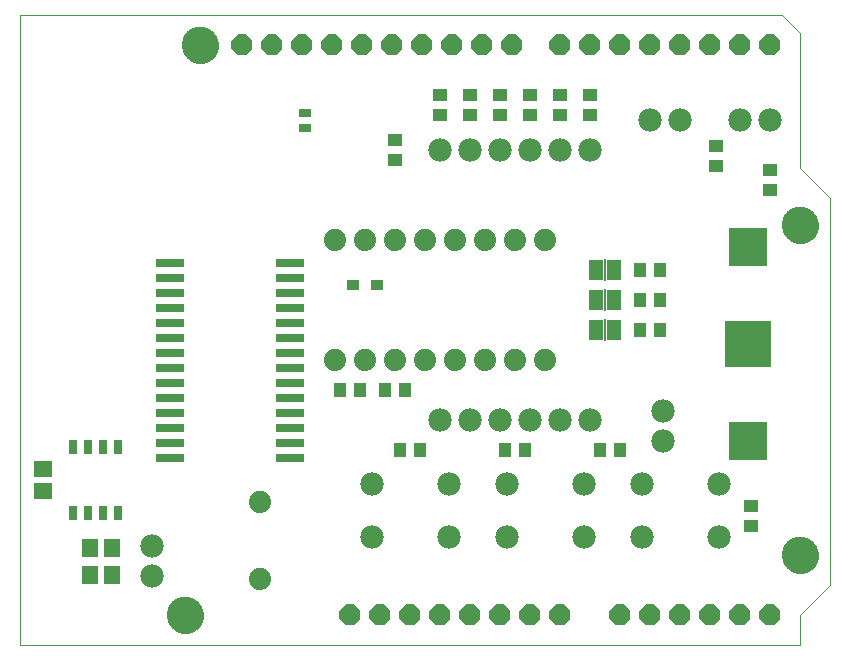
<source format=gbs>
G75*
%MOIN*%
%OFA0B0*%
%FSLAX25Y25*%
%IPPOS*%
%LPD*%
%AMOC8*
5,1,8,0,0,1.08239X$1,22.5*
%
%ADD10C,0.00000*%
%ADD11C,0.12211*%
%ADD12R,0.03943X0.03156*%
%ADD13C,0.07400*%
%ADD14R,0.04337X0.04731*%
%ADD15C,0.07800*%
%ADD16R,0.04731X0.04337*%
%ADD17OC8,0.07000*%
%ADD18R,0.06306X0.05518*%
%ADD19R,0.05518X0.06306*%
%ADD20R,0.15754X0.15754*%
%ADD21R,0.12998X0.12998*%
%ADD22R,0.02762X0.05124*%
%ADD23R,0.05000X0.06700*%
%ADD24R,0.00600X0.07200*%
%ADD25R,0.04337X0.03550*%
%ADD26R,0.09400X0.02900*%
D10*
X0005000Y0005000D02*
X0005000Y0215000D01*
X0259000Y0215000D01*
X0265000Y0209000D01*
X0265000Y0164000D01*
X0275000Y0154000D01*
X0275000Y0025000D01*
X0265000Y0015000D01*
X0265000Y0005000D01*
X0005000Y0005000D01*
X0054094Y0015000D02*
X0054096Y0015153D01*
X0054102Y0015307D01*
X0054112Y0015460D01*
X0054126Y0015612D01*
X0054144Y0015765D01*
X0054166Y0015916D01*
X0054191Y0016067D01*
X0054221Y0016218D01*
X0054255Y0016368D01*
X0054292Y0016516D01*
X0054333Y0016664D01*
X0054378Y0016810D01*
X0054427Y0016956D01*
X0054480Y0017100D01*
X0054536Y0017242D01*
X0054596Y0017383D01*
X0054660Y0017523D01*
X0054727Y0017661D01*
X0054798Y0017797D01*
X0054873Y0017931D01*
X0054950Y0018063D01*
X0055032Y0018193D01*
X0055116Y0018321D01*
X0055204Y0018447D01*
X0055295Y0018570D01*
X0055389Y0018691D01*
X0055487Y0018809D01*
X0055587Y0018925D01*
X0055691Y0019038D01*
X0055797Y0019149D01*
X0055906Y0019257D01*
X0056018Y0019362D01*
X0056132Y0019463D01*
X0056250Y0019562D01*
X0056369Y0019658D01*
X0056491Y0019751D01*
X0056616Y0019840D01*
X0056743Y0019927D01*
X0056872Y0020009D01*
X0057003Y0020089D01*
X0057136Y0020165D01*
X0057271Y0020238D01*
X0057408Y0020307D01*
X0057547Y0020372D01*
X0057687Y0020434D01*
X0057829Y0020492D01*
X0057972Y0020547D01*
X0058117Y0020598D01*
X0058263Y0020645D01*
X0058410Y0020688D01*
X0058558Y0020727D01*
X0058707Y0020763D01*
X0058857Y0020794D01*
X0059008Y0020822D01*
X0059159Y0020846D01*
X0059312Y0020866D01*
X0059464Y0020882D01*
X0059617Y0020894D01*
X0059770Y0020902D01*
X0059923Y0020906D01*
X0060077Y0020906D01*
X0060230Y0020902D01*
X0060383Y0020894D01*
X0060536Y0020882D01*
X0060688Y0020866D01*
X0060841Y0020846D01*
X0060992Y0020822D01*
X0061143Y0020794D01*
X0061293Y0020763D01*
X0061442Y0020727D01*
X0061590Y0020688D01*
X0061737Y0020645D01*
X0061883Y0020598D01*
X0062028Y0020547D01*
X0062171Y0020492D01*
X0062313Y0020434D01*
X0062453Y0020372D01*
X0062592Y0020307D01*
X0062729Y0020238D01*
X0062864Y0020165D01*
X0062997Y0020089D01*
X0063128Y0020009D01*
X0063257Y0019927D01*
X0063384Y0019840D01*
X0063509Y0019751D01*
X0063631Y0019658D01*
X0063750Y0019562D01*
X0063868Y0019463D01*
X0063982Y0019362D01*
X0064094Y0019257D01*
X0064203Y0019149D01*
X0064309Y0019038D01*
X0064413Y0018925D01*
X0064513Y0018809D01*
X0064611Y0018691D01*
X0064705Y0018570D01*
X0064796Y0018447D01*
X0064884Y0018321D01*
X0064968Y0018193D01*
X0065050Y0018063D01*
X0065127Y0017931D01*
X0065202Y0017797D01*
X0065273Y0017661D01*
X0065340Y0017523D01*
X0065404Y0017383D01*
X0065464Y0017242D01*
X0065520Y0017100D01*
X0065573Y0016956D01*
X0065622Y0016810D01*
X0065667Y0016664D01*
X0065708Y0016516D01*
X0065745Y0016368D01*
X0065779Y0016218D01*
X0065809Y0016067D01*
X0065834Y0015916D01*
X0065856Y0015765D01*
X0065874Y0015612D01*
X0065888Y0015460D01*
X0065898Y0015307D01*
X0065904Y0015153D01*
X0065906Y0015000D01*
X0065904Y0014847D01*
X0065898Y0014693D01*
X0065888Y0014540D01*
X0065874Y0014388D01*
X0065856Y0014235D01*
X0065834Y0014084D01*
X0065809Y0013933D01*
X0065779Y0013782D01*
X0065745Y0013632D01*
X0065708Y0013484D01*
X0065667Y0013336D01*
X0065622Y0013190D01*
X0065573Y0013044D01*
X0065520Y0012900D01*
X0065464Y0012758D01*
X0065404Y0012617D01*
X0065340Y0012477D01*
X0065273Y0012339D01*
X0065202Y0012203D01*
X0065127Y0012069D01*
X0065050Y0011937D01*
X0064968Y0011807D01*
X0064884Y0011679D01*
X0064796Y0011553D01*
X0064705Y0011430D01*
X0064611Y0011309D01*
X0064513Y0011191D01*
X0064413Y0011075D01*
X0064309Y0010962D01*
X0064203Y0010851D01*
X0064094Y0010743D01*
X0063982Y0010638D01*
X0063868Y0010537D01*
X0063750Y0010438D01*
X0063631Y0010342D01*
X0063509Y0010249D01*
X0063384Y0010160D01*
X0063257Y0010073D01*
X0063128Y0009991D01*
X0062997Y0009911D01*
X0062864Y0009835D01*
X0062729Y0009762D01*
X0062592Y0009693D01*
X0062453Y0009628D01*
X0062313Y0009566D01*
X0062171Y0009508D01*
X0062028Y0009453D01*
X0061883Y0009402D01*
X0061737Y0009355D01*
X0061590Y0009312D01*
X0061442Y0009273D01*
X0061293Y0009237D01*
X0061143Y0009206D01*
X0060992Y0009178D01*
X0060841Y0009154D01*
X0060688Y0009134D01*
X0060536Y0009118D01*
X0060383Y0009106D01*
X0060230Y0009098D01*
X0060077Y0009094D01*
X0059923Y0009094D01*
X0059770Y0009098D01*
X0059617Y0009106D01*
X0059464Y0009118D01*
X0059312Y0009134D01*
X0059159Y0009154D01*
X0059008Y0009178D01*
X0058857Y0009206D01*
X0058707Y0009237D01*
X0058558Y0009273D01*
X0058410Y0009312D01*
X0058263Y0009355D01*
X0058117Y0009402D01*
X0057972Y0009453D01*
X0057829Y0009508D01*
X0057687Y0009566D01*
X0057547Y0009628D01*
X0057408Y0009693D01*
X0057271Y0009762D01*
X0057136Y0009835D01*
X0057003Y0009911D01*
X0056872Y0009991D01*
X0056743Y0010073D01*
X0056616Y0010160D01*
X0056491Y0010249D01*
X0056369Y0010342D01*
X0056250Y0010438D01*
X0056132Y0010537D01*
X0056018Y0010638D01*
X0055906Y0010743D01*
X0055797Y0010851D01*
X0055691Y0010962D01*
X0055587Y0011075D01*
X0055487Y0011191D01*
X0055389Y0011309D01*
X0055295Y0011430D01*
X0055204Y0011553D01*
X0055116Y0011679D01*
X0055032Y0011807D01*
X0054950Y0011937D01*
X0054873Y0012069D01*
X0054798Y0012203D01*
X0054727Y0012339D01*
X0054660Y0012477D01*
X0054596Y0012617D01*
X0054536Y0012758D01*
X0054480Y0012900D01*
X0054427Y0013044D01*
X0054378Y0013190D01*
X0054333Y0013336D01*
X0054292Y0013484D01*
X0054255Y0013632D01*
X0054221Y0013782D01*
X0054191Y0013933D01*
X0054166Y0014084D01*
X0054144Y0014235D01*
X0054126Y0014388D01*
X0054112Y0014540D01*
X0054102Y0014693D01*
X0054096Y0014847D01*
X0054094Y0015000D01*
X0259094Y0035000D02*
X0259096Y0035153D01*
X0259102Y0035307D01*
X0259112Y0035460D01*
X0259126Y0035612D01*
X0259144Y0035765D01*
X0259166Y0035916D01*
X0259191Y0036067D01*
X0259221Y0036218D01*
X0259255Y0036368D01*
X0259292Y0036516D01*
X0259333Y0036664D01*
X0259378Y0036810D01*
X0259427Y0036956D01*
X0259480Y0037100D01*
X0259536Y0037242D01*
X0259596Y0037383D01*
X0259660Y0037523D01*
X0259727Y0037661D01*
X0259798Y0037797D01*
X0259873Y0037931D01*
X0259950Y0038063D01*
X0260032Y0038193D01*
X0260116Y0038321D01*
X0260204Y0038447D01*
X0260295Y0038570D01*
X0260389Y0038691D01*
X0260487Y0038809D01*
X0260587Y0038925D01*
X0260691Y0039038D01*
X0260797Y0039149D01*
X0260906Y0039257D01*
X0261018Y0039362D01*
X0261132Y0039463D01*
X0261250Y0039562D01*
X0261369Y0039658D01*
X0261491Y0039751D01*
X0261616Y0039840D01*
X0261743Y0039927D01*
X0261872Y0040009D01*
X0262003Y0040089D01*
X0262136Y0040165D01*
X0262271Y0040238D01*
X0262408Y0040307D01*
X0262547Y0040372D01*
X0262687Y0040434D01*
X0262829Y0040492D01*
X0262972Y0040547D01*
X0263117Y0040598D01*
X0263263Y0040645D01*
X0263410Y0040688D01*
X0263558Y0040727D01*
X0263707Y0040763D01*
X0263857Y0040794D01*
X0264008Y0040822D01*
X0264159Y0040846D01*
X0264312Y0040866D01*
X0264464Y0040882D01*
X0264617Y0040894D01*
X0264770Y0040902D01*
X0264923Y0040906D01*
X0265077Y0040906D01*
X0265230Y0040902D01*
X0265383Y0040894D01*
X0265536Y0040882D01*
X0265688Y0040866D01*
X0265841Y0040846D01*
X0265992Y0040822D01*
X0266143Y0040794D01*
X0266293Y0040763D01*
X0266442Y0040727D01*
X0266590Y0040688D01*
X0266737Y0040645D01*
X0266883Y0040598D01*
X0267028Y0040547D01*
X0267171Y0040492D01*
X0267313Y0040434D01*
X0267453Y0040372D01*
X0267592Y0040307D01*
X0267729Y0040238D01*
X0267864Y0040165D01*
X0267997Y0040089D01*
X0268128Y0040009D01*
X0268257Y0039927D01*
X0268384Y0039840D01*
X0268509Y0039751D01*
X0268631Y0039658D01*
X0268750Y0039562D01*
X0268868Y0039463D01*
X0268982Y0039362D01*
X0269094Y0039257D01*
X0269203Y0039149D01*
X0269309Y0039038D01*
X0269413Y0038925D01*
X0269513Y0038809D01*
X0269611Y0038691D01*
X0269705Y0038570D01*
X0269796Y0038447D01*
X0269884Y0038321D01*
X0269968Y0038193D01*
X0270050Y0038063D01*
X0270127Y0037931D01*
X0270202Y0037797D01*
X0270273Y0037661D01*
X0270340Y0037523D01*
X0270404Y0037383D01*
X0270464Y0037242D01*
X0270520Y0037100D01*
X0270573Y0036956D01*
X0270622Y0036810D01*
X0270667Y0036664D01*
X0270708Y0036516D01*
X0270745Y0036368D01*
X0270779Y0036218D01*
X0270809Y0036067D01*
X0270834Y0035916D01*
X0270856Y0035765D01*
X0270874Y0035612D01*
X0270888Y0035460D01*
X0270898Y0035307D01*
X0270904Y0035153D01*
X0270906Y0035000D01*
X0270904Y0034847D01*
X0270898Y0034693D01*
X0270888Y0034540D01*
X0270874Y0034388D01*
X0270856Y0034235D01*
X0270834Y0034084D01*
X0270809Y0033933D01*
X0270779Y0033782D01*
X0270745Y0033632D01*
X0270708Y0033484D01*
X0270667Y0033336D01*
X0270622Y0033190D01*
X0270573Y0033044D01*
X0270520Y0032900D01*
X0270464Y0032758D01*
X0270404Y0032617D01*
X0270340Y0032477D01*
X0270273Y0032339D01*
X0270202Y0032203D01*
X0270127Y0032069D01*
X0270050Y0031937D01*
X0269968Y0031807D01*
X0269884Y0031679D01*
X0269796Y0031553D01*
X0269705Y0031430D01*
X0269611Y0031309D01*
X0269513Y0031191D01*
X0269413Y0031075D01*
X0269309Y0030962D01*
X0269203Y0030851D01*
X0269094Y0030743D01*
X0268982Y0030638D01*
X0268868Y0030537D01*
X0268750Y0030438D01*
X0268631Y0030342D01*
X0268509Y0030249D01*
X0268384Y0030160D01*
X0268257Y0030073D01*
X0268128Y0029991D01*
X0267997Y0029911D01*
X0267864Y0029835D01*
X0267729Y0029762D01*
X0267592Y0029693D01*
X0267453Y0029628D01*
X0267313Y0029566D01*
X0267171Y0029508D01*
X0267028Y0029453D01*
X0266883Y0029402D01*
X0266737Y0029355D01*
X0266590Y0029312D01*
X0266442Y0029273D01*
X0266293Y0029237D01*
X0266143Y0029206D01*
X0265992Y0029178D01*
X0265841Y0029154D01*
X0265688Y0029134D01*
X0265536Y0029118D01*
X0265383Y0029106D01*
X0265230Y0029098D01*
X0265077Y0029094D01*
X0264923Y0029094D01*
X0264770Y0029098D01*
X0264617Y0029106D01*
X0264464Y0029118D01*
X0264312Y0029134D01*
X0264159Y0029154D01*
X0264008Y0029178D01*
X0263857Y0029206D01*
X0263707Y0029237D01*
X0263558Y0029273D01*
X0263410Y0029312D01*
X0263263Y0029355D01*
X0263117Y0029402D01*
X0262972Y0029453D01*
X0262829Y0029508D01*
X0262687Y0029566D01*
X0262547Y0029628D01*
X0262408Y0029693D01*
X0262271Y0029762D01*
X0262136Y0029835D01*
X0262003Y0029911D01*
X0261872Y0029991D01*
X0261743Y0030073D01*
X0261616Y0030160D01*
X0261491Y0030249D01*
X0261369Y0030342D01*
X0261250Y0030438D01*
X0261132Y0030537D01*
X0261018Y0030638D01*
X0260906Y0030743D01*
X0260797Y0030851D01*
X0260691Y0030962D01*
X0260587Y0031075D01*
X0260487Y0031191D01*
X0260389Y0031309D01*
X0260295Y0031430D01*
X0260204Y0031553D01*
X0260116Y0031679D01*
X0260032Y0031807D01*
X0259950Y0031937D01*
X0259873Y0032069D01*
X0259798Y0032203D01*
X0259727Y0032339D01*
X0259660Y0032477D01*
X0259596Y0032617D01*
X0259536Y0032758D01*
X0259480Y0032900D01*
X0259427Y0033044D01*
X0259378Y0033190D01*
X0259333Y0033336D01*
X0259292Y0033484D01*
X0259255Y0033632D01*
X0259221Y0033782D01*
X0259191Y0033933D01*
X0259166Y0034084D01*
X0259144Y0034235D01*
X0259126Y0034388D01*
X0259112Y0034540D01*
X0259102Y0034693D01*
X0259096Y0034847D01*
X0259094Y0035000D01*
X0259094Y0145000D02*
X0259096Y0145153D01*
X0259102Y0145307D01*
X0259112Y0145460D01*
X0259126Y0145612D01*
X0259144Y0145765D01*
X0259166Y0145916D01*
X0259191Y0146067D01*
X0259221Y0146218D01*
X0259255Y0146368D01*
X0259292Y0146516D01*
X0259333Y0146664D01*
X0259378Y0146810D01*
X0259427Y0146956D01*
X0259480Y0147100D01*
X0259536Y0147242D01*
X0259596Y0147383D01*
X0259660Y0147523D01*
X0259727Y0147661D01*
X0259798Y0147797D01*
X0259873Y0147931D01*
X0259950Y0148063D01*
X0260032Y0148193D01*
X0260116Y0148321D01*
X0260204Y0148447D01*
X0260295Y0148570D01*
X0260389Y0148691D01*
X0260487Y0148809D01*
X0260587Y0148925D01*
X0260691Y0149038D01*
X0260797Y0149149D01*
X0260906Y0149257D01*
X0261018Y0149362D01*
X0261132Y0149463D01*
X0261250Y0149562D01*
X0261369Y0149658D01*
X0261491Y0149751D01*
X0261616Y0149840D01*
X0261743Y0149927D01*
X0261872Y0150009D01*
X0262003Y0150089D01*
X0262136Y0150165D01*
X0262271Y0150238D01*
X0262408Y0150307D01*
X0262547Y0150372D01*
X0262687Y0150434D01*
X0262829Y0150492D01*
X0262972Y0150547D01*
X0263117Y0150598D01*
X0263263Y0150645D01*
X0263410Y0150688D01*
X0263558Y0150727D01*
X0263707Y0150763D01*
X0263857Y0150794D01*
X0264008Y0150822D01*
X0264159Y0150846D01*
X0264312Y0150866D01*
X0264464Y0150882D01*
X0264617Y0150894D01*
X0264770Y0150902D01*
X0264923Y0150906D01*
X0265077Y0150906D01*
X0265230Y0150902D01*
X0265383Y0150894D01*
X0265536Y0150882D01*
X0265688Y0150866D01*
X0265841Y0150846D01*
X0265992Y0150822D01*
X0266143Y0150794D01*
X0266293Y0150763D01*
X0266442Y0150727D01*
X0266590Y0150688D01*
X0266737Y0150645D01*
X0266883Y0150598D01*
X0267028Y0150547D01*
X0267171Y0150492D01*
X0267313Y0150434D01*
X0267453Y0150372D01*
X0267592Y0150307D01*
X0267729Y0150238D01*
X0267864Y0150165D01*
X0267997Y0150089D01*
X0268128Y0150009D01*
X0268257Y0149927D01*
X0268384Y0149840D01*
X0268509Y0149751D01*
X0268631Y0149658D01*
X0268750Y0149562D01*
X0268868Y0149463D01*
X0268982Y0149362D01*
X0269094Y0149257D01*
X0269203Y0149149D01*
X0269309Y0149038D01*
X0269413Y0148925D01*
X0269513Y0148809D01*
X0269611Y0148691D01*
X0269705Y0148570D01*
X0269796Y0148447D01*
X0269884Y0148321D01*
X0269968Y0148193D01*
X0270050Y0148063D01*
X0270127Y0147931D01*
X0270202Y0147797D01*
X0270273Y0147661D01*
X0270340Y0147523D01*
X0270404Y0147383D01*
X0270464Y0147242D01*
X0270520Y0147100D01*
X0270573Y0146956D01*
X0270622Y0146810D01*
X0270667Y0146664D01*
X0270708Y0146516D01*
X0270745Y0146368D01*
X0270779Y0146218D01*
X0270809Y0146067D01*
X0270834Y0145916D01*
X0270856Y0145765D01*
X0270874Y0145612D01*
X0270888Y0145460D01*
X0270898Y0145307D01*
X0270904Y0145153D01*
X0270906Y0145000D01*
X0270904Y0144847D01*
X0270898Y0144693D01*
X0270888Y0144540D01*
X0270874Y0144388D01*
X0270856Y0144235D01*
X0270834Y0144084D01*
X0270809Y0143933D01*
X0270779Y0143782D01*
X0270745Y0143632D01*
X0270708Y0143484D01*
X0270667Y0143336D01*
X0270622Y0143190D01*
X0270573Y0143044D01*
X0270520Y0142900D01*
X0270464Y0142758D01*
X0270404Y0142617D01*
X0270340Y0142477D01*
X0270273Y0142339D01*
X0270202Y0142203D01*
X0270127Y0142069D01*
X0270050Y0141937D01*
X0269968Y0141807D01*
X0269884Y0141679D01*
X0269796Y0141553D01*
X0269705Y0141430D01*
X0269611Y0141309D01*
X0269513Y0141191D01*
X0269413Y0141075D01*
X0269309Y0140962D01*
X0269203Y0140851D01*
X0269094Y0140743D01*
X0268982Y0140638D01*
X0268868Y0140537D01*
X0268750Y0140438D01*
X0268631Y0140342D01*
X0268509Y0140249D01*
X0268384Y0140160D01*
X0268257Y0140073D01*
X0268128Y0139991D01*
X0267997Y0139911D01*
X0267864Y0139835D01*
X0267729Y0139762D01*
X0267592Y0139693D01*
X0267453Y0139628D01*
X0267313Y0139566D01*
X0267171Y0139508D01*
X0267028Y0139453D01*
X0266883Y0139402D01*
X0266737Y0139355D01*
X0266590Y0139312D01*
X0266442Y0139273D01*
X0266293Y0139237D01*
X0266143Y0139206D01*
X0265992Y0139178D01*
X0265841Y0139154D01*
X0265688Y0139134D01*
X0265536Y0139118D01*
X0265383Y0139106D01*
X0265230Y0139098D01*
X0265077Y0139094D01*
X0264923Y0139094D01*
X0264770Y0139098D01*
X0264617Y0139106D01*
X0264464Y0139118D01*
X0264312Y0139134D01*
X0264159Y0139154D01*
X0264008Y0139178D01*
X0263857Y0139206D01*
X0263707Y0139237D01*
X0263558Y0139273D01*
X0263410Y0139312D01*
X0263263Y0139355D01*
X0263117Y0139402D01*
X0262972Y0139453D01*
X0262829Y0139508D01*
X0262687Y0139566D01*
X0262547Y0139628D01*
X0262408Y0139693D01*
X0262271Y0139762D01*
X0262136Y0139835D01*
X0262003Y0139911D01*
X0261872Y0139991D01*
X0261743Y0140073D01*
X0261616Y0140160D01*
X0261491Y0140249D01*
X0261369Y0140342D01*
X0261250Y0140438D01*
X0261132Y0140537D01*
X0261018Y0140638D01*
X0260906Y0140743D01*
X0260797Y0140851D01*
X0260691Y0140962D01*
X0260587Y0141075D01*
X0260487Y0141191D01*
X0260389Y0141309D01*
X0260295Y0141430D01*
X0260204Y0141553D01*
X0260116Y0141679D01*
X0260032Y0141807D01*
X0259950Y0141937D01*
X0259873Y0142069D01*
X0259798Y0142203D01*
X0259727Y0142339D01*
X0259660Y0142477D01*
X0259596Y0142617D01*
X0259536Y0142758D01*
X0259480Y0142900D01*
X0259427Y0143044D01*
X0259378Y0143190D01*
X0259333Y0143336D01*
X0259292Y0143484D01*
X0259255Y0143632D01*
X0259221Y0143782D01*
X0259191Y0143933D01*
X0259166Y0144084D01*
X0259144Y0144235D01*
X0259126Y0144388D01*
X0259112Y0144540D01*
X0259102Y0144693D01*
X0259096Y0144847D01*
X0259094Y0145000D01*
X0059094Y0205000D02*
X0059096Y0205153D01*
X0059102Y0205307D01*
X0059112Y0205460D01*
X0059126Y0205612D01*
X0059144Y0205765D01*
X0059166Y0205916D01*
X0059191Y0206067D01*
X0059221Y0206218D01*
X0059255Y0206368D01*
X0059292Y0206516D01*
X0059333Y0206664D01*
X0059378Y0206810D01*
X0059427Y0206956D01*
X0059480Y0207100D01*
X0059536Y0207242D01*
X0059596Y0207383D01*
X0059660Y0207523D01*
X0059727Y0207661D01*
X0059798Y0207797D01*
X0059873Y0207931D01*
X0059950Y0208063D01*
X0060032Y0208193D01*
X0060116Y0208321D01*
X0060204Y0208447D01*
X0060295Y0208570D01*
X0060389Y0208691D01*
X0060487Y0208809D01*
X0060587Y0208925D01*
X0060691Y0209038D01*
X0060797Y0209149D01*
X0060906Y0209257D01*
X0061018Y0209362D01*
X0061132Y0209463D01*
X0061250Y0209562D01*
X0061369Y0209658D01*
X0061491Y0209751D01*
X0061616Y0209840D01*
X0061743Y0209927D01*
X0061872Y0210009D01*
X0062003Y0210089D01*
X0062136Y0210165D01*
X0062271Y0210238D01*
X0062408Y0210307D01*
X0062547Y0210372D01*
X0062687Y0210434D01*
X0062829Y0210492D01*
X0062972Y0210547D01*
X0063117Y0210598D01*
X0063263Y0210645D01*
X0063410Y0210688D01*
X0063558Y0210727D01*
X0063707Y0210763D01*
X0063857Y0210794D01*
X0064008Y0210822D01*
X0064159Y0210846D01*
X0064312Y0210866D01*
X0064464Y0210882D01*
X0064617Y0210894D01*
X0064770Y0210902D01*
X0064923Y0210906D01*
X0065077Y0210906D01*
X0065230Y0210902D01*
X0065383Y0210894D01*
X0065536Y0210882D01*
X0065688Y0210866D01*
X0065841Y0210846D01*
X0065992Y0210822D01*
X0066143Y0210794D01*
X0066293Y0210763D01*
X0066442Y0210727D01*
X0066590Y0210688D01*
X0066737Y0210645D01*
X0066883Y0210598D01*
X0067028Y0210547D01*
X0067171Y0210492D01*
X0067313Y0210434D01*
X0067453Y0210372D01*
X0067592Y0210307D01*
X0067729Y0210238D01*
X0067864Y0210165D01*
X0067997Y0210089D01*
X0068128Y0210009D01*
X0068257Y0209927D01*
X0068384Y0209840D01*
X0068509Y0209751D01*
X0068631Y0209658D01*
X0068750Y0209562D01*
X0068868Y0209463D01*
X0068982Y0209362D01*
X0069094Y0209257D01*
X0069203Y0209149D01*
X0069309Y0209038D01*
X0069413Y0208925D01*
X0069513Y0208809D01*
X0069611Y0208691D01*
X0069705Y0208570D01*
X0069796Y0208447D01*
X0069884Y0208321D01*
X0069968Y0208193D01*
X0070050Y0208063D01*
X0070127Y0207931D01*
X0070202Y0207797D01*
X0070273Y0207661D01*
X0070340Y0207523D01*
X0070404Y0207383D01*
X0070464Y0207242D01*
X0070520Y0207100D01*
X0070573Y0206956D01*
X0070622Y0206810D01*
X0070667Y0206664D01*
X0070708Y0206516D01*
X0070745Y0206368D01*
X0070779Y0206218D01*
X0070809Y0206067D01*
X0070834Y0205916D01*
X0070856Y0205765D01*
X0070874Y0205612D01*
X0070888Y0205460D01*
X0070898Y0205307D01*
X0070904Y0205153D01*
X0070906Y0205000D01*
X0070904Y0204847D01*
X0070898Y0204693D01*
X0070888Y0204540D01*
X0070874Y0204388D01*
X0070856Y0204235D01*
X0070834Y0204084D01*
X0070809Y0203933D01*
X0070779Y0203782D01*
X0070745Y0203632D01*
X0070708Y0203484D01*
X0070667Y0203336D01*
X0070622Y0203190D01*
X0070573Y0203044D01*
X0070520Y0202900D01*
X0070464Y0202758D01*
X0070404Y0202617D01*
X0070340Y0202477D01*
X0070273Y0202339D01*
X0070202Y0202203D01*
X0070127Y0202069D01*
X0070050Y0201937D01*
X0069968Y0201807D01*
X0069884Y0201679D01*
X0069796Y0201553D01*
X0069705Y0201430D01*
X0069611Y0201309D01*
X0069513Y0201191D01*
X0069413Y0201075D01*
X0069309Y0200962D01*
X0069203Y0200851D01*
X0069094Y0200743D01*
X0068982Y0200638D01*
X0068868Y0200537D01*
X0068750Y0200438D01*
X0068631Y0200342D01*
X0068509Y0200249D01*
X0068384Y0200160D01*
X0068257Y0200073D01*
X0068128Y0199991D01*
X0067997Y0199911D01*
X0067864Y0199835D01*
X0067729Y0199762D01*
X0067592Y0199693D01*
X0067453Y0199628D01*
X0067313Y0199566D01*
X0067171Y0199508D01*
X0067028Y0199453D01*
X0066883Y0199402D01*
X0066737Y0199355D01*
X0066590Y0199312D01*
X0066442Y0199273D01*
X0066293Y0199237D01*
X0066143Y0199206D01*
X0065992Y0199178D01*
X0065841Y0199154D01*
X0065688Y0199134D01*
X0065536Y0199118D01*
X0065383Y0199106D01*
X0065230Y0199098D01*
X0065077Y0199094D01*
X0064923Y0199094D01*
X0064770Y0199098D01*
X0064617Y0199106D01*
X0064464Y0199118D01*
X0064312Y0199134D01*
X0064159Y0199154D01*
X0064008Y0199178D01*
X0063857Y0199206D01*
X0063707Y0199237D01*
X0063558Y0199273D01*
X0063410Y0199312D01*
X0063263Y0199355D01*
X0063117Y0199402D01*
X0062972Y0199453D01*
X0062829Y0199508D01*
X0062687Y0199566D01*
X0062547Y0199628D01*
X0062408Y0199693D01*
X0062271Y0199762D01*
X0062136Y0199835D01*
X0062003Y0199911D01*
X0061872Y0199991D01*
X0061743Y0200073D01*
X0061616Y0200160D01*
X0061491Y0200249D01*
X0061369Y0200342D01*
X0061250Y0200438D01*
X0061132Y0200537D01*
X0061018Y0200638D01*
X0060906Y0200743D01*
X0060797Y0200851D01*
X0060691Y0200962D01*
X0060587Y0201075D01*
X0060487Y0201191D01*
X0060389Y0201309D01*
X0060295Y0201430D01*
X0060204Y0201553D01*
X0060116Y0201679D01*
X0060032Y0201807D01*
X0059950Y0201937D01*
X0059873Y0202069D01*
X0059798Y0202203D01*
X0059727Y0202339D01*
X0059660Y0202477D01*
X0059596Y0202617D01*
X0059536Y0202758D01*
X0059480Y0202900D01*
X0059427Y0203044D01*
X0059378Y0203190D01*
X0059333Y0203336D01*
X0059292Y0203484D01*
X0059255Y0203632D01*
X0059221Y0203782D01*
X0059191Y0203933D01*
X0059166Y0204084D01*
X0059144Y0204235D01*
X0059126Y0204388D01*
X0059112Y0204540D01*
X0059102Y0204693D01*
X0059096Y0204847D01*
X0059094Y0205000D01*
D11*
X0065000Y0205000D03*
X0265000Y0145000D03*
X0265000Y0035000D03*
X0060000Y0015000D03*
D12*
X0100000Y0177441D03*
X0100000Y0182559D03*
D13*
X0110000Y0140000D03*
X0120000Y0140000D03*
X0130000Y0140000D03*
X0140000Y0140000D03*
X0150000Y0140000D03*
X0160000Y0140000D03*
X0170000Y0140000D03*
X0180000Y0140000D03*
X0180000Y0100000D03*
X0170000Y0100000D03*
X0160000Y0100000D03*
X0150000Y0100000D03*
X0140000Y0100000D03*
X0130000Y0100000D03*
X0120000Y0100000D03*
X0110000Y0100000D03*
X0085000Y0052795D03*
X0085000Y0027205D03*
D14*
X0131654Y0070000D03*
X0138346Y0070000D03*
X0133346Y0090000D03*
X0126654Y0090000D03*
X0118346Y0090000D03*
X0111654Y0090000D03*
X0166654Y0070000D03*
X0173346Y0070000D03*
X0198154Y0070000D03*
X0204846Y0070000D03*
X0211654Y0110000D03*
X0218346Y0110000D03*
X0218346Y0120000D03*
X0211654Y0120000D03*
X0211654Y0130000D03*
X0218346Y0130000D03*
D15*
X0195000Y0170000D03*
X0185000Y0170000D03*
X0175000Y0170000D03*
X0165000Y0170000D03*
X0155000Y0170000D03*
X0145000Y0170000D03*
X0215000Y0180000D03*
X0225000Y0180000D03*
X0245000Y0180000D03*
X0255000Y0180000D03*
X0219232Y0083061D03*
X0219232Y0073061D03*
X0212200Y0058900D03*
X0192800Y0058900D03*
X0192800Y0041100D03*
X0212200Y0041100D03*
X0237800Y0041100D03*
X0237800Y0058900D03*
X0195000Y0080000D03*
X0185000Y0080000D03*
X0175000Y0080000D03*
X0165000Y0080000D03*
X0155000Y0080000D03*
X0145000Y0080000D03*
X0147800Y0058900D03*
X0167200Y0058900D03*
X0167200Y0041100D03*
X0147800Y0041100D03*
X0122200Y0041100D03*
X0122200Y0058900D03*
X0049000Y0038000D03*
X0049000Y0028000D03*
D16*
X0130000Y0166654D03*
X0130000Y0173346D03*
X0145000Y0181654D03*
X0145000Y0188346D03*
X0155000Y0188346D03*
X0155000Y0181654D03*
X0165000Y0181654D03*
X0165000Y0188346D03*
X0175000Y0188346D03*
X0175000Y0181654D03*
X0185000Y0181654D03*
X0185000Y0188346D03*
X0195000Y0188346D03*
X0195000Y0181654D03*
X0237000Y0171346D03*
X0237000Y0164654D03*
X0255000Y0163346D03*
X0255000Y0156654D03*
X0248500Y0051346D03*
X0248500Y0044654D03*
D17*
X0245000Y0015000D03*
X0235000Y0015000D03*
X0225000Y0015000D03*
X0215000Y0015000D03*
X0205000Y0015000D03*
X0185000Y0015000D03*
X0175000Y0015000D03*
X0165000Y0015000D03*
X0155000Y0015000D03*
X0145000Y0015000D03*
X0135000Y0015000D03*
X0125000Y0015000D03*
X0115000Y0015000D03*
X0255000Y0015000D03*
X0255000Y0205000D03*
X0245000Y0205000D03*
X0235000Y0205000D03*
X0225000Y0205000D03*
X0215000Y0205000D03*
X0205000Y0205000D03*
X0195000Y0205000D03*
X0185000Y0205000D03*
X0169000Y0205000D03*
X0159000Y0205000D03*
X0149000Y0205000D03*
X0139000Y0205000D03*
X0129000Y0205000D03*
X0119000Y0205000D03*
X0109000Y0205000D03*
X0099000Y0205000D03*
X0089000Y0205000D03*
X0079000Y0205000D03*
D18*
X0012500Y0063740D03*
X0012500Y0056260D03*
D19*
X0028260Y0037500D03*
X0035740Y0037500D03*
X0035740Y0028500D03*
X0028260Y0028500D03*
D20*
X0247500Y0105500D03*
D21*
X0247500Y0073217D03*
X0247500Y0137783D03*
D22*
X0037500Y0071024D03*
X0032500Y0071024D03*
X0027500Y0071024D03*
X0022500Y0071024D03*
X0022500Y0048976D03*
X0027500Y0048976D03*
X0032500Y0048976D03*
X0037500Y0048976D03*
D23*
X0197000Y0110000D03*
X0203000Y0110000D03*
X0203000Y0120000D03*
X0197000Y0120000D03*
X0197000Y0130000D03*
X0203000Y0130000D03*
D24*
X0200000Y0130000D03*
X0200000Y0120000D03*
X0200000Y0110000D03*
D25*
X0123937Y0125000D03*
X0116063Y0125000D03*
D26*
X0095000Y0122500D03*
X0095000Y0117500D03*
X0095000Y0112500D03*
X0095000Y0107500D03*
X0095000Y0102500D03*
X0095000Y0097500D03*
X0095000Y0092500D03*
X0095000Y0087500D03*
X0095000Y0082500D03*
X0095000Y0077500D03*
X0095000Y0072500D03*
X0095000Y0067500D03*
X0055000Y0067500D03*
X0055000Y0072500D03*
X0055000Y0077500D03*
X0055000Y0082500D03*
X0055000Y0087500D03*
X0055000Y0092500D03*
X0055000Y0097500D03*
X0055000Y0102500D03*
X0055000Y0107500D03*
X0055000Y0112500D03*
X0055000Y0117500D03*
X0055000Y0122500D03*
X0055000Y0127500D03*
X0055000Y0132500D03*
X0095000Y0132500D03*
X0095000Y0127500D03*
M02*

</source>
